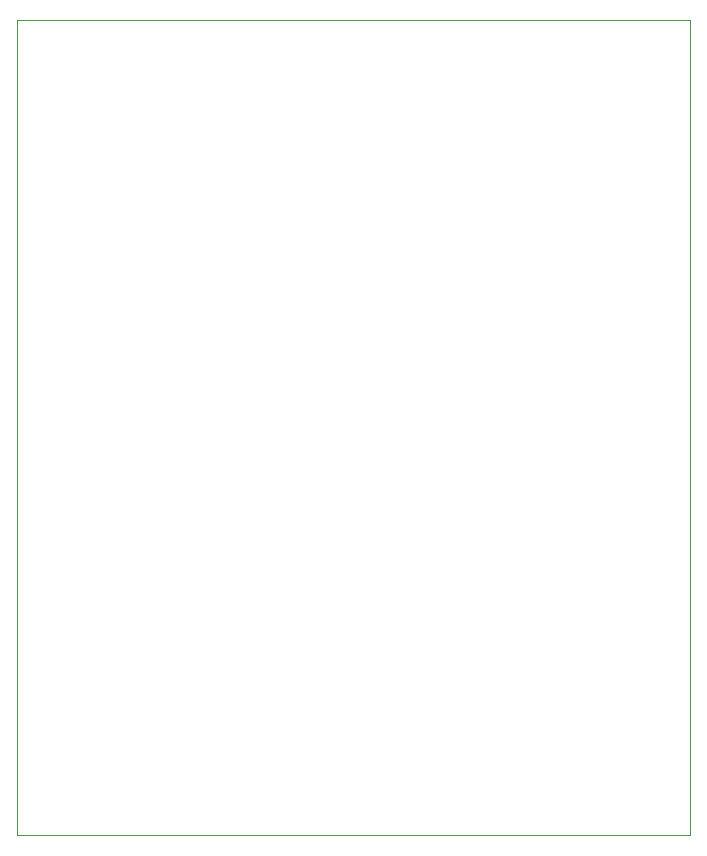
<source format=gm1>
%TF.GenerationSoftware,KiCad,Pcbnew,9.0.4*%
%TF.CreationDate,2025-09-16T15:38:44-04:00*%
%TF.ProjectId,mic,6d69632e-6b69-4636-9164-5f7063625858,rev?*%
%TF.SameCoordinates,Original*%
%TF.FileFunction,Profile,NP*%
%FSLAX46Y46*%
G04 Gerber Fmt 4.6, Leading zero omitted, Abs format (unit mm)*
G04 Created by KiCad (PCBNEW 9.0.4) date 2025-09-16 15:38:44*
%MOMM*%
%LPD*%
G01*
G04 APERTURE LIST*
%TA.AperFunction,Profile*%
%ADD10C,0.050000*%
%TD*%
G04 APERTURE END LIST*
D10*
X179000000Y-28500000D02*
X236000000Y-28500000D01*
X236000000Y-97500000D01*
X179000000Y-97500000D01*
X179000000Y-28500000D01*
M02*

</source>
